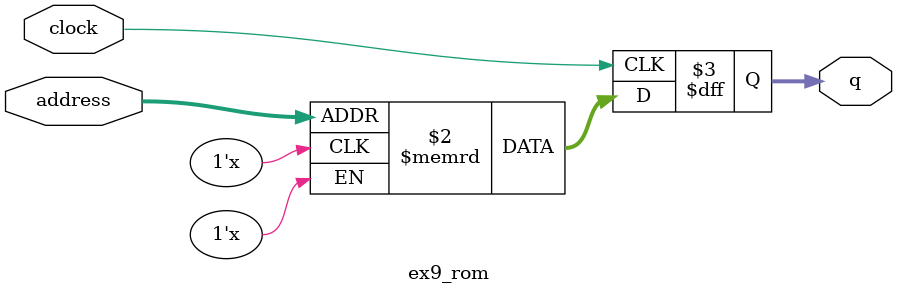
<source format=sv>
module ex9_rom (
	input logic clock,
	input logic [9:0] address,
	output logic [3:0] q
);

logic [3:0] memory [0:1023] /* synthesis ram_init_file = "./ex9/ex9.mif" */;

always_ff @ (posedge clock) begin
	q <= memory[address];
end

endmodule

</source>
